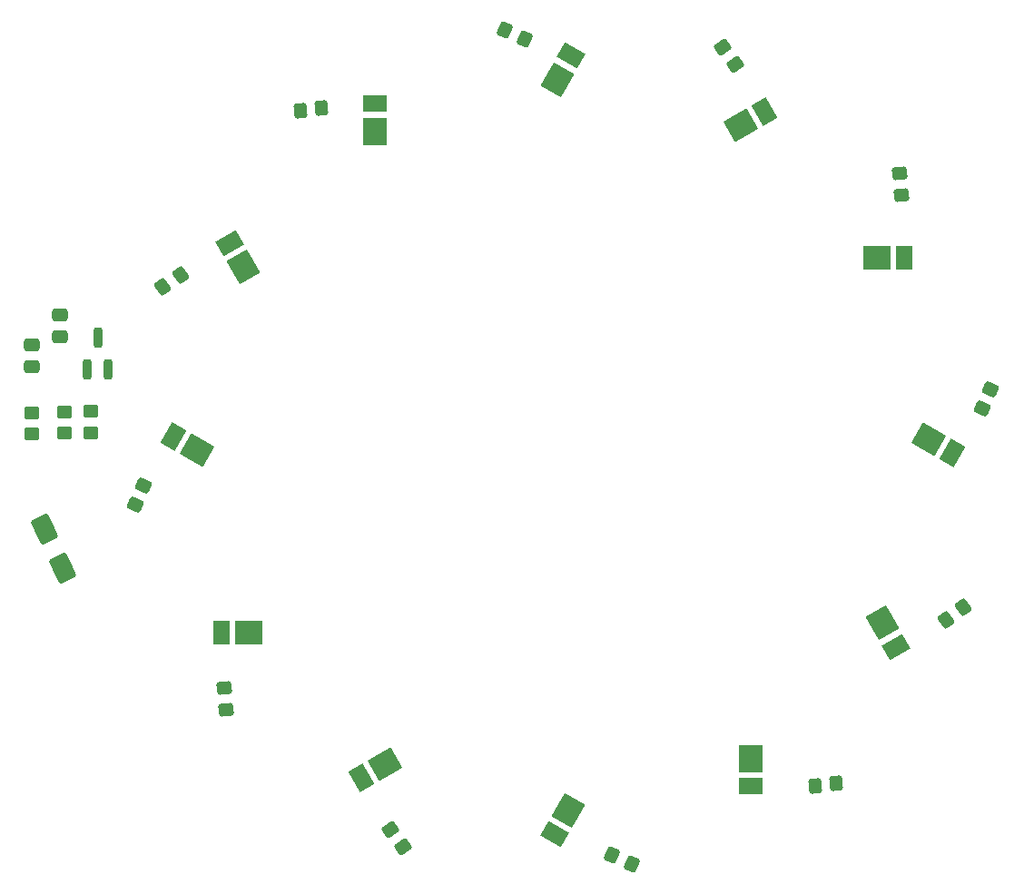
<source format=gbr>
%TF.GenerationSoftware,KiCad,Pcbnew,9.0.7-9.0.7~ubuntu24.04.1*%
%TF.CreationDate,2026-01-05T15:50:35+05:30*%
%TF.ProjectId,RPI_Cam3_RL,5250495f-4361-46d3-935f-524c2e6b6963,rev?*%
%TF.SameCoordinates,Original*%
%TF.FileFunction,Paste,Top*%
%TF.FilePolarity,Positive*%
%FSLAX46Y46*%
G04 Gerber Fmt 4.6, Leading zero omitted, Abs format (unit mm)*
G04 Created by KiCad (PCBNEW 9.0.7-9.0.7~ubuntu24.04.1) date 2026-01-05 15:50:35*
%MOMM*%
%LPD*%
G01*
G04 APERTURE LIST*
G04 Aperture macros list*
%AMRoundRect*
0 Rectangle with rounded corners*
0 $1 Rounding radius*
0 $2 $3 $4 $5 $6 $7 $8 $9 X,Y pos of 4 corners*
0 Add a 4 corners polygon primitive as box body*
4,1,4,$2,$3,$4,$5,$6,$7,$8,$9,$2,$3,0*
0 Add four circle primitives for the rounded corners*
1,1,$1+$1,$2,$3*
1,1,$1+$1,$4,$5*
1,1,$1+$1,$6,$7*
1,1,$1+$1,$8,$9*
0 Add four rect primitives between the rounded corners*
20,1,$1+$1,$2,$3,$4,$5,0*
20,1,$1+$1,$4,$5,$6,$7,0*
20,1,$1+$1,$6,$7,$8,$9,0*
20,1,$1+$1,$8,$9,$2,$3,0*%
%AMRotRect*
0 Rectangle, with rotation*
0 The origin of the aperture is its center*
0 $1 length*
0 $2 width*
0 $3 Rotation angle, in degrees counterclockwise*
0 Add horizontal line*
21,1,$1,$2,0,0,$3*%
G04 Aperture macros list end*
%ADD10RoundRect,0.250000X-0.018653X-0.569782X0.547659X-0.158333X0.018653X0.569782X-0.547659X0.158333X0*%
%ADD11RotRect,2.500000X2.200000X240.000000*%
%ADD12RotRect,1.550000X2.200000X240.000000*%
%ADD13RoundRect,0.250000X-0.569782X0.018653X-0.158333X-0.547659X0.569782X-0.018653X0.158333X0.547659X0*%
%ADD14RoundRect,0.250000X0.475000X-0.337500X0.475000X0.337500X-0.475000X0.337500X-0.475000X-0.337500X0*%
%ADD15RoundRect,0.250000X-0.502772X-0.268738X0.136709X-0.553453X0.502772X0.268738X-0.136709X0.553453X0*%
%ADD16RoundRect,0.200000X0.200000X-0.750000X0.200000X0.750000X-0.200000X0.750000X-0.200000X-0.750000X0*%
%ADD17RoundRect,0.250000X-0.484120X0.301045X-0.410950X-0.395120X0.484120X-0.301045X0.410950X0.395120X0*%
%ADD18RotRect,2.500000X2.200000X300.000000*%
%ADD19RotRect,1.550000X2.200000X300.000000*%
%ADD20R,2.200000X2.500000*%
%ADD21R,2.200000X1.550000*%
%ADD22RoundRect,0.250000X0.301045X0.484120X-0.395120X0.410950X-0.301045X-0.484120X0.395120X-0.410950X0*%
%ADD23R,2.500000X2.200000*%
%ADD24R,1.550000X2.200000*%
%ADD25RoundRect,0.250000X-0.268738X0.502772X-0.553453X-0.136709X0.268738X-0.502772X0.553453X0.136709X0*%
%ADD26RoundRect,0.250000X0.018653X0.569782X-0.547659X0.158333X-0.018653X-0.569782X0.547659X-0.158333X0*%
%ADD27RotRect,2.500000X2.200000X330.000000*%
%ADD28RotRect,1.550000X2.200000X330.000000*%
%ADD29RotRect,2.500000X2.200000X60.000000*%
%ADD30RotRect,1.550000X2.200000X60.000000*%
%ADD31RoundRect,0.250000X-0.301045X-0.484120X0.395120X-0.410950X0.301045X0.484120X-0.395120X0.410950X0*%
%ADD32RoundRect,0.250000X0.450000X-0.350000X0.450000X0.350000X-0.450000X0.350000X-0.450000X-0.350000X0*%
%ADD33RotRect,2.500000X2.200000X30.000000*%
%ADD34RotRect,1.550000X2.200000X30.000000*%
%ADD35RoundRect,0.250000X-1.011718X0.631606X-0.166482X-1.181010X1.011718X-0.631606X0.166482X1.181010X0*%
%ADD36RoundRect,0.250000X0.484120X-0.301045X0.410950X0.395120X-0.484120X0.301045X-0.410950X-0.395120X0*%
%ADD37RotRect,2.500000X2.200000X150.000000*%
%ADD38RotRect,1.550000X2.200000X150.000000*%
%ADD39RoundRect,0.250000X0.502772X0.268738X-0.136709X0.553453X-0.502772X-0.268738X0.136709X-0.553453X0*%
%ADD40RoundRect,0.250000X0.569782X-0.018653X0.158333X0.547659X-0.569782X0.018653X-0.158333X-0.547659X0*%
%ADD41RoundRect,0.250000X0.268738X-0.502772X0.553453X0.136709X-0.268738X0.502772X-0.553453X-0.136709X0*%
%ADD42RotRect,2.500000X2.200000X120.000000*%
%ADD43RotRect,1.550000X2.200000X120.000000*%
%ADD44RotRect,2.500000X2.200000X210.000000*%
%ADD45RotRect,1.550000X2.200000X210.000000*%
G04 APERTURE END LIST*
D10*
%TO.C,R12*%
X113190983Y-93587785D03*
X114809017Y-92412215D03*
%TD*%
D11*
%TO.C,D8*%
X151025000Y-142401563D03*
D12*
X149737500Y-144631578D03*
%TD*%
D13*
%TO.C,R3*%
X165412215Y-71190983D03*
X166587785Y-72809017D03*
%TD*%
D14*
%TO.C,C2*%
X101000000Y-101037500D03*
X101000000Y-98962500D03*
%TD*%
D15*
%TO.C,R2*%
X145086455Y-69593262D03*
X146913545Y-70406738D03*
%TD*%
D16*
%TO.C,Q1*%
X106152951Y-101265856D03*
X108052951Y-101265856D03*
X107102951Y-98265856D03*
%TD*%
D17*
%TO.C,R4*%
X181895472Y-83005478D03*
X182104528Y-84994522D03*
%TD*%
D18*
%TO.C,D6*%
X180285889Y-124901563D03*
D19*
X181573389Y-127131579D03*
%TD*%
D20*
%TO.C,D1*%
X133000000Y-79050000D03*
D21*
X133000000Y-76475000D03*
%TD*%
D22*
%TO.C,R7*%
X175994522Y-139895472D03*
X174005478Y-140104528D03*
%TD*%
D23*
%TO.C,D10*%
X121239110Y-125810890D03*
D24*
X118664110Y-125810890D03*
%TD*%
D25*
%TO.C,R5*%
X190406737Y-103086454D03*
X189593263Y-104913546D03*
%TD*%
D26*
%TO.C,R6*%
X187809017Y-123412215D03*
X186190983Y-124587785D03*
%TD*%
D27*
%TO.C,D5*%
X184590674Y-107785890D03*
D28*
X186820688Y-109073390D03*
%TD*%
D29*
%TO.C,D2*%
X149975000Y-74220216D03*
D30*
X151262500Y-71990201D03*
%TD*%
D31*
%TO.C,R1*%
X126005478Y-77104529D03*
X127994522Y-76895471D03*
%TD*%
D32*
%TO.C,F1*%
X101000000Y-107300000D03*
X101000000Y-105300000D03*
%TD*%
D33*
%TO.C,D3*%
X167090673Y-78525000D03*
D34*
X169320689Y-77237500D03*
%TD*%
D23*
%TO.C,D4*%
X179760889Y-90810890D03*
D24*
X182335889Y-90810890D03*
%TD*%
D14*
%TO.C,C1*%
X103600000Y-98237500D03*
X103600000Y-96162500D03*
%TD*%
D35*
%TO.C,DP1*%
X102154763Y-116187384D03*
X103845237Y-119812616D03*
%TD*%
D36*
%TO.C,R10*%
X119104529Y-132994522D03*
X118895471Y-131005478D03*
%TD*%
D37*
%TO.C,D11*%
X116409326Y-108835889D03*
D38*
X114179311Y-107548390D03*
%TD*%
D32*
%TO.C,RP1*%
X106488247Y-107189310D03*
X106488247Y-105189310D03*
%TD*%
D39*
%TO.C,R8*%
X156913546Y-147406737D03*
X155086454Y-146593263D03*
%TD*%
D40*
%TO.C,R9*%
X135587785Y-145809017D03*
X134412215Y-144190983D03*
%TD*%
D41*
%TO.C,R11*%
X110593264Y-113913545D03*
X111406736Y-112086455D03*
%TD*%
D20*
%TO.C,D7*%
X168000000Y-137571779D03*
D21*
X168000000Y-140146779D03*
%TD*%
D42*
%TO.C,D12*%
X120714110Y-91720217D03*
D43*
X119426610Y-89490201D03*
%TD*%
D44*
%TO.C,D9*%
X133909327Y-138096779D03*
D45*
X131679311Y-139384279D03*
%TD*%
D32*
%TO.C,RP2*%
X104000000Y-107200000D03*
X104000000Y-105200000D03*
%TD*%
M02*

</source>
